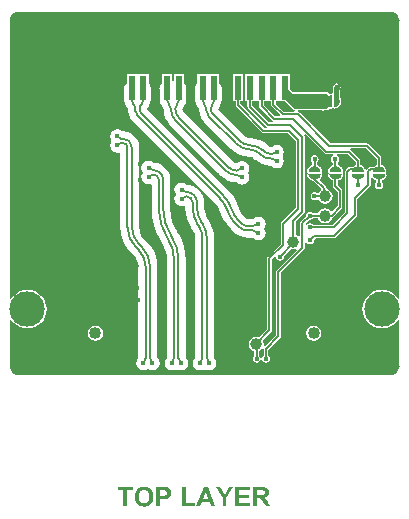
<source format=gtl>
G04*
G04 #@! TF.GenerationSoftware,Altium Limited,Altium Designer,22.5.1 (42)*
G04*
G04 Layer_Physical_Order=1*
G04 Layer_Color=255*
%FSLAX25Y25*%
%MOIN*%
G70*
G04*
G04 #@! TF.SameCoordinates,343D76CA-8D90-4984-A01A-401E7FF7C9D5*
G04*
G04*
G04 #@! TF.FilePolarity,Positive*
G04*
G01*
G75*
%ADD12R,0.02402X0.07874*%
%ADD13R,0.10551X0.14173*%
%ADD14C,0.03937*%
%ADD22C,0.00755*%
%ADD23C,0.00755*%
%ADD24C,0.00600*%
%ADD25C,0.00787*%
%ADD26C,0.01500*%
%ADD27C,0.01000*%
%ADD28C,0.04016*%
%ADD29C,0.11811*%
%ADD30C,0.01600*%
G36*
X121789Y99004D02*
X122514Y98704D01*
X123137Y98226D01*
X123615Y97604D01*
X123915Y96879D01*
X124012Y96144D01*
X124003Y96100D01*
Y3593D01*
X123518Y3471D01*
X123462Y3576D01*
X122661Y4551D01*
X121686Y5352D01*
X120573Y5946D01*
X119366Y6313D01*
X118110Y6436D01*
X116855Y6313D01*
X115647Y5946D01*
X114534Y5352D01*
X113559Y4551D01*
X112759Y3576D01*
X112164Y2463D01*
X111797Y1256D01*
X111674Y0D01*
X111797Y-1256D01*
X112164Y-2463D01*
X112759Y-3576D01*
X113559Y-4551D01*
X114534Y-5352D01*
X115647Y-5946D01*
X116855Y-6313D01*
X118110Y-6436D01*
X119366Y-6313D01*
X120573Y-5946D01*
X121686Y-5352D01*
X122661Y-4551D01*
X123462Y-3576D01*
X123518Y-3471D01*
X124003Y-3593D01*
Y-18900D01*
X124012Y-18943D01*
X123915Y-19678D01*
X123615Y-20403D01*
X123137Y-21025D01*
X122514Y-21503D01*
X121789Y-21803D01*
X121054Y-21900D01*
X121011Y-21891D01*
X-2901D01*
X-2944Y-21900D01*
X-3679Y-21803D01*
X-4404Y-21503D01*
X-5027Y-21025D01*
X-5504Y-20403D01*
X-5805Y-19678D01*
X-5901Y-18943D01*
X-5893Y-18900D01*
Y-3593D01*
X-5408Y-3471D01*
X-5352Y-3576D01*
X-4551Y-4551D01*
X-3576Y-5352D01*
X-2463Y-5946D01*
X-1256Y-6313D01*
X0Y-6436D01*
X1256Y-6313D01*
X2463Y-5946D01*
X3576Y-5352D01*
X4551Y-4551D01*
X5352Y-3576D01*
X5946Y-2463D01*
X6313Y-1256D01*
X6436Y0D01*
X6313Y1256D01*
X5946Y2463D01*
X5352Y3576D01*
X4551Y4551D01*
X3576Y5352D01*
X2463Y5946D01*
X1256Y6313D01*
X0Y6436D01*
X-1256Y6313D01*
X-2463Y5946D01*
X-3576Y5352D01*
X-4551Y4551D01*
X-5352Y3576D01*
X-5408Y3471D01*
X-5893Y3593D01*
Y96100D01*
X-5901Y96144D01*
X-5805Y96879D01*
X-5504Y97604D01*
X-5027Y98226D01*
X-4404Y98704D01*
X-3679Y99004D01*
X-2944Y99101D01*
X-2901Y99092D01*
X121011D01*
X121054Y99101D01*
X121789Y99004D01*
D02*
G37*
G36*
X66330Y-63015D02*
Y-65698D01*
X65035D01*
Y-63006D01*
X62695Y-59297D01*
X64202D01*
X65710Y-61831D01*
X67181Y-59297D01*
X68670D01*
X66330Y-63015D01*
D02*
G37*
G36*
X78262Y-59306D02*
X78364D01*
X78466Y-59315D01*
X78586D01*
X78826Y-59343D01*
X79076Y-59371D01*
X79308Y-59417D01*
X79409Y-59445D01*
X79502Y-59472D01*
X79511D01*
X79520Y-59482D01*
X79576Y-59509D01*
X79659Y-59556D01*
X79770Y-59611D01*
X79890Y-59704D01*
X80010Y-59805D01*
X80131Y-59935D01*
X80242Y-60092D01*
Y-60101D01*
X80251Y-60111D01*
X80269Y-60138D01*
X80288Y-60166D01*
X80334Y-60259D01*
X80390Y-60379D01*
X80436Y-60527D01*
X80482Y-60693D01*
X80519Y-60888D01*
X80528Y-61091D01*
Y-61100D01*
Y-61119D01*
Y-61165D01*
X80519Y-61211D01*
Y-61276D01*
X80510Y-61341D01*
X80473Y-61507D01*
X80427Y-61702D01*
X80353Y-61896D01*
X80242Y-62099D01*
X80177Y-62192D01*
X80103Y-62284D01*
X80094Y-62294D01*
X80085Y-62303D01*
X80057Y-62331D01*
X80020Y-62358D01*
X79983Y-62395D01*
X79927Y-62442D01*
X79862Y-62488D01*
X79789Y-62534D01*
X79705Y-62590D01*
X79603Y-62636D01*
X79502Y-62682D01*
X79391Y-62728D01*
X79261Y-62775D01*
X79132Y-62812D01*
X78993Y-62849D01*
X78836Y-62876D01*
X78845D01*
X78854Y-62886D01*
X78910Y-62923D01*
X78984Y-62969D01*
X79076Y-63034D01*
X79187Y-63117D01*
X79298Y-63200D01*
X79418Y-63302D01*
X79520Y-63413D01*
X79530Y-63422D01*
X79576Y-63468D01*
X79631Y-63542D01*
X79715Y-63653D01*
X79826Y-63792D01*
X79881Y-63885D01*
X79946Y-63977D01*
X80020Y-64079D01*
X80094Y-64190D01*
X80177Y-64319D01*
X80260Y-64449D01*
X81046Y-65698D01*
X79492D01*
X78567Y-64310D01*
X78558Y-64301D01*
X78549Y-64273D01*
X78521Y-64236D01*
X78484Y-64190D01*
X78447Y-64134D01*
X78401Y-64060D01*
X78299Y-63912D01*
X78179Y-63746D01*
X78068Y-63598D01*
X77966Y-63459D01*
X77920Y-63413D01*
X77883Y-63367D01*
X77874Y-63357D01*
X77855Y-63339D01*
X77818Y-63302D01*
X77772Y-63256D01*
X77707Y-63219D01*
X77643Y-63172D01*
X77569Y-63135D01*
X77495Y-63098D01*
X77485D01*
X77457Y-63089D01*
X77411Y-63071D01*
X77337Y-63061D01*
X77245Y-63043D01*
X77134Y-63034D01*
X77004Y-63024D01*
X76588D01*
Y-65698D01*
X75293D01*
Y-59297D01*
X78179D01*
X78262Y-59306D01*
D02*
G37*
G36*
X74072Y-60379D02*
X70622D01*
Y-61794D01*
X73831D01*
Y-62876D01*
X70622D01*
Y-64615D01*
X74192D01*
Y-65698D01*
X69327D01*
Y-59297D01*
X74072D01*
Y-60379D01*
D02*
G37*
G36*
X62667Y-65698D02*
X61270D01*
X60715Y-64245D01*
X58144Y-64245D01*
X57616Y-65698D01*
X56247D01*
X58726Y-59297D01*
X60095D01*
X62667Y-65698D01*
D02*
G37*
G36*
X52760Y-64615D02*
X55979D01*
Y-65698D01*
X51465D01*
Y-59343D01*
X52760D01*
Y-64615D01*
D02*
G37*
G36*
X45443Y-59306D02*
X45684D01*
X45943Y-59324D01*
X46202Y-59343D01*
X46313Y-59352D01*
X46424Y-59361D01*
X46516Y-59380D01*
X46590Y-59398D01*
X46600D01*
X46618Y-59408D01*
X46646Y-59417D01*
X46683Y-59426D01*
X46784Y-59472D01*
X46914Y-59528D01*
X47053Y-59611D01*
X47210Y-59722D01*
X47358Y-59861D01*
X47506Y-60027D01*
Y-60037D01*
X47524Y-60046D01*
X47543Y-60074D01*
X47561Y-60111D01*
X47598Y-60166D01*
X47626Y-60222D01*
X47663Y-60286D01*
X47700Y-60360D01*
X47765Y-60545D01*
X47830Y-60749D01*
X47867Y-60999D01*
X47885Y-61267D01*
Y-61276D01*
Y-61295D01*
Y-61322D01*
Y-61369D01*
X47876Y-61415D01*
Y-61480D01*
X47857Y-61609D01*
X47830Y-61766D01*
X47793Y-61942D01*
X47737Y-62109D01*
X47663Y-62266D01*
X47654Y-62284D01*
X47626Y-62331D01*
X47580Y-62405D01*
X47515Y-62497D01*
X47441Y-62590D01*
X47339Y-62701D01*
X47238Y-62802D01*
X47117Y-62895D01*
X47099Y-62904D01*
X47062Y-62932D01*
X46997Y-62969D01*
X46914Y-63015D01*
X46812Y-63071D01*
X46701Y-63117D01*
X46581Y-63163D01*
X46452Y-63200D01*
X46433D01*
X46405Y-63209D01*
X46368D01*
X46322Y-63219D01*
X46257Y-63228D01*
X46192Y-63237D01*
X46109D01*
X46026Y-63246D01*
X45924Y-63256D01*
X45813Y-63265D01*
X45693Y-63274D01*
X45564D01*
X45425Y-63283D01*
X44278D01*
Y-65698D01*
X42983D01*
Y-59297D01*
X45342D01*
X45443Y-59306D01*
D02*
G37*
G36*
X35185Y-60379D02*
X33298D01*
Y-65698D01*
X32003D01*
Y-60379D01*
X30107D01*
Y-59297D01*
X35185D01*
Y-60379D01*
D02*
G37*
G36*
X38987Y-59186D02*
X39079D01*
X39200Y-59204D01*
X39338Y-59223D01*
X39496Y-59250D01*
X39662Y-59287D01*
X39838Y-59334D01*
X40023Y-59389D01*
X40208Y-59463D01*
X40402Y-59546D01*
X40587Y-59648D01*
X40772Y-59768D01*
X40948Y-59907D01*
X41114Y-60064D01*
X41124Y-60074D01*
X41151Y-60101D01*
X41197Y-60157D01*
X41244Y-60222D01*
X41309Y-60314D01*
X41383Y-60425D01*
X41456Y-60555D01*
X41540Y-60703D01*
X41623Y-60860D01*
X41697Y-61045D01*
X41771Y-61248D01*
X41836Y-61461D01*
X41891Y-61702D01*
X41928Y-61951D01*
X41956Y-62220D01*
X41965Y-62506D01*
Y-62525D01*
Y-62571D01*
X41956Y-62654D01*
Y-62765D01*
X41938Y-62895D01*
X41919Y-63043D01*
X41891Y-63219D01*
X41864Y-63394D01*
X41817Y-63589D01*
X41762Y-63792D01*
X41688Y-63996D01*
X41605Y-64199D01*
X41512Y-64393D01*
X41392Y-64588D01*
X41262Y-64773D01*
X41114Y-64948D01*
X41105Y-64958D01*
X41077Y-64985D01*
X41031Y-65032D01*
X40957Y-65087D01*
X40874Y-65152D01*
X40772Y-65226D01*
X40652Y-65300D01*
X40522Y-65383D01*
X40365Y-65466D01*
X40198Y-65540D01*
X40014Y-65614D01*
X39810Y-65679D01*
X39597Y-65735D01*
X39366Y-65781D01*
X39125Y-65809D01*
X38866Y-65818D01*
X38802D01*
X38728Y-65809D01*
X38635Y-65799D01*
X38515Y-65790D01*
X38376Y-65772D01*
X38219Y-65744D01*
X38052Y-65707D01*
X37868Y-65661D01*
X37692Y-65605D01*
X37497Y-65531D01*
X37312Y-65448D01*
X37118Y-65355D01*
X36942Y-65235D01*
X36767Y-65106D01*
X36600Y-64948D01*
X36591Y-64939D01*
X36563Y-64911D01*
X36526Y-64856D01*
X36471Y-64791D01*
X36406Y-64699D01*
X36332Y-64588D01*
X36258Y-64467D01*
X36184Y-64319D01*
X36101Y-64162D01*
X36027Y-63977D01*
X35953Y-63783D01*
X35888Y-63570D01*
X35833Y-63339D01*
X35796Y-63089D01*
X35768Y-62821D01*
X35759Y-62543D01*
Y-62534D01*
Y-62497D01*
Y-62451D01*
X35768Y-62377D01*
Y-62294D01*
X35777Y-62201D01*
X35786Y-62090D01*
X35796Y-61970D01*
X35833Y-61711D01*
X35879Y-61433D01*
X35953Y-61156D01*
X36045Y-60897D01*
Y-60888D01*
X36055Y-60878D01*
X36073Y-60851D01*
X36082Y-60814D01*
X36138Y-60721D01*
X36202Y-60601D01*
X36286Y-60462D01*
X36388Y-60323D01*
X36508Y-60166D01*
X36637Y-60018D01*
X36647Y-60009D01*
X36656Y-60000D01*
X36702Y-59953D01*
X36785Y-59879D01*
X36887Y-59796D01*
X37007Y-59704D01*
X37146Y-59602D01*
X37303Y-59509D01*
X37470Y-59435D01*
X37479D01*
X37497Y-59426D01*
X37534Y-59408D01*
X37581Y-59398D01*
X37636Y-59371D01*
X37701Y-59352D01*
X37784Y-59334D01*
X37868Y-59306D01*
X38071Y-59260D01*
X38302Y-59213D01*
X38570Y-59186D01*
X38848Y-59176D01*
X38913D01*
X38987Y-59186D01*
D02*
G37*
%LPC*%
G36*
X40371Y78239D02*
X36970D01*
Y76144D01*
X36710Y75994D01*
X36434Y76156D01*
Y78239D01*
X33033D01*
Y75526D01*
X33019Y75517D01*
X32494Y74730D01*
X32309Y73803D01*
Y69791D01*
X32337Y69651D01*
X32467Y68664D01*
X32901Y67615D01*
X33507Y66825D01*
X33550Y66761D01*
Y66215D01*
X33559Y66169D01*
X33726Y64900D01*
X34234Y63675D01*
X34711Y63054D01*
X34739Y62986D01*
X35039Y62621D01*
X35039Y62621D01*
X62353Y35307D01*
X62464Y35232D01*
X63474Y34002D01*
X64287Y32482D01*
X64463Y31900D01*
X64463Y31900D01*
X64522Y31743D01*
X64558Y31689D01*
X64661Y31459D01*
X65244Y30051D01*
X66359Y28231D01*
X67719Y26639D01*
X67741Y26606D01*
X68368Y25979D01*
X68368Y25979D01*
X68459Y25918D01*
X69501Y25063D01*
X70786Y24376D01*
X72179Y23954D01*
X73520Y23821D01*
X73628Y23800D01*
X74797D01*
X75271Y23737D01*
X75271D01*
X76057Y23212D01*
X76342Y23155D01*
X76468Y23115D01*
X76468Y23115D01*
X76468Y23115D01*
X76638Y23077D01*
X76638Y23077D01*
X76638Y23077D01*
X76811Y23056D01*
X76811Y23056D01*
X76811Y23056D01*
X76848Y23055D01*
X76985Y23027D01*
X77122Y23055D01*
X77160Y23056D01*
X77160Y23056D01*
X77160Y23056D01*
X77333Y23077D01*
X77333Y23077D01*
X77333Y23077D01*
X77503Y23115D01*
X77504Y23115D01*
X77504D01*
X77629Y23155D01*
X77913Y23212D01*
X78699Y23737D01*
X79225Y24524D01*
X79409Y25451D01*
X79225Y26379D01*
X78986Y26736D01*
Y27167D01*
X79225Y27524D01*
X79409Y28451D01*
X79225Y29379D01*
X78699Y30166D01*
X77913Y30691D01*
X77642Y30745D01*
X77504Y30788D01*
X77504D01*
X77503Y30788D01*
X77333Y30827D01*
X77333Y30827D01*
X77333Y30827D01*
X77160Y30849D01*
X77160Y30849D01*
X77160Y30849D01*
X77111Y30850D01*
X76985Y30876D01*
X76859Y30850D01*
X76811Y30849D01*
X76811Y30849D01*
X76811Y30849D01*
X76638Y30827D01*
X76638Y30827D01*
X76638Y30827D01*
X76468Y30788D01*
X76468Y30788D01*
X76468D01*
X76328Y30745D01*
X76057Y30691D01*
X75271Y30166D01*
X75271D01*
X74797Y30103D01*
X73628D01*
X73581Y30094D01*
X73186Y30172D01*
X72852Y30396D01*
X72825Y30436D01*
X72198Y31063D01*
Y31063D01*
X72198Y31063D01*
X71861Y31423D01*
X71264Y32151D01*
X70587Y33418D01*
X70439Y33903D01*
X70439Y33903D01*
X70380Y34060D01*
X70351Y34105D01*
X70244Y34346D01*
X69579Y35952D01*
X68344Y37967D01*
X66811Y39762D01*
X66810Y39764D01*
X66810Y39764D01*
X66457Y40117D01*
X39853Y66721D01*
Y66763D01*
X39895Y66825D01*
X40501Y67615D01*
X40936Y68664D01*
X41066Y69651D01*
X41093Y69791D01*
Y73798D01*
X41094Y73803D01*
X40910Y74730D01*
X40384Y75517D01*
X40371Y75525D01*
Y78239D01*
D02*
G37*
G36*
X63993D02*
X60592D01*
Y76143D01*
X60334Y75993D01*
X60056Y76157D01*
Y78239D01*
X56655D01*
Y75526D01*
X56641Y75517D01*
X56116Y74730D01*
X55931Y73803D01*
Y69791D01*
X55959Y69651D01*
X56089Y68664D01*
X56523Y67615D01*
X57129Y66825D01*
X57171Y66763D01*
X57171Y66763D01*
Y66325D01*
X57171Y66323D01*
X57356Y64920D01*
X57899Y63610D01*
X58761Y62487D01*
X58762Y62485D01*
X67697Y53549D01*
X67699Y53549D01*
X69159Y52350D01*
X70827Y51459D01*
X72637Y50910D01*
X73886Y50787D01*
X74303Y50745D01*
X74406Y50725D01*
X74411Y50726D01*
X74840Y50659D01*
X75075Y50613D01*
X75296Y50465D01*
X75675Y50172D01*
X76007Y49840D01*
Y49840D01*
X76030Y49824D01*
X76117Y49766D01*
X77070Y48985D01*
X78272Y48342D01*
X79576Y47947D01*
X80801Y47826D01*
X80932Y47800D01*
X81371Y47737D01*
X81371D01*
X82157Y47212D01*
X82442Y47155D01*
X82568Y47115D01*
X82568Y47115D01*
X82568Y47115D01*
X82738Y47077D01*
X82738Y47078D01*
X82738Y47077D01*
X82911Y47056D01*
X82911Y47056D01*
X82911Y47056D01*
X82948Y47055D01*
X83085Y47027D01*
X83222Y47055D01*
X83260Y47056D01*
X83260Y47056D01*
X83260Y47056D01*
X83433Y47077D01*
X83433Y47077D01*
X83433Y47077D01*
X83603Y47115D01*
X83604Y47115D01*
X83604D01*
X83729Y47155D01*
X84013Y47212D01*
X84799Y47737D01*
X85325Y48524D01*
X85509Y49452D01*
X85325Y50379D01*
X85086Y50736D01*
Y51167D01*
X85325Y51524D01*
X85509Y52451D01*
X85325Y53379D01*
X84799Y54166D01*
X84013Y54691D01*
X83742Y54745D01*
X83604Y54787D01*
X83604D01*
X83603Y54787D01*
X83433Y54826D01*
X83433Y54826D01*
X83433Y54827D01*
X83260Y54849D01*
X83260Y54849D01*
X83260Y54849D01*
X83211Y54851D01*
X83085Y54876D01*
X82959Y54851D01*
X82911Y54849D01*
X82911Y54849D01*
X82911Y54849D01*
X82738Y54827D01*
X82738Y54826D01*
X82738Y54826D01*
X82568Y54787D01*
X82568Y54787D01*
X82568D01*
X82428Y54745D01*
X82157Y54691D01*
X81371Y54166D01*
X81371D01*
X80932Y54103D01*
X80908Y54098D01*
X80675Y54145D01*
X80477Y54277D01*
X80464Y54297D01*
X80132Y54629D01*
X80071Y54670D01*
X78886Y55642D01*
X77471Y56398D01*
X75936Y56864D01*
X74581Y56998D01*
X74467Y57020D01*
Y57020D01*
X74429Y57028D01*
X74386Y57019D01*
X73647Y57117D01*
X72834Y57453D01*
X72198Y57941D01*
X72154Y58007D01*
X63763Y66397D01*
X63480Y66755D01*
X63481Y66771D01*
X63769Y67153D01*
X64123Y67615D01*
X64558Y68664D01*
X64688Y69651D01*
X64715Y69791D01*
Y73798D01*
X64716Y73803D01*
X64532Y74730D01*
X64006Y75517D01*
X63993Y75525D01*
Y78239D01*
D02*
G37*
G36*
X52182D02*
X48781D01*
Y76156D01*
X48477Y75977D01*
X48245Y76148D01*
Y78239D01*
X44844D01*
Y75526D01*
X44830Y75517D01*
X44305Y74730D01*
X44120Y73803D01*
X44118Y73800D01*
X43918D01*
X44121Y73310D01*
Y69792D01*
X44149Y69652D01*
X44279Y68665D01*
X44713Y67616D01*
X45067Y67155D01*
X45359Y66766D01*
X45361Y66760D01*
X45417Y66308D01*
X45419Y66288D01*
X45523Y65240D01*
X45977Y63741D01*
X46716Y62360D01*
X47657Y61212D01*
X47703Y61144D01*
X47703Y61144D01*
X47703D01*
X63885Y44962D01*
X64374Y44473D01*
Y44473D01*
X64374Y44473D01*
X64466Y44412D01*
X65504Y43559D01*
X66785Y42875D01*
X68175Y42453D01*
X69314Y42341D01*
X69771Y42237D01*
X69771Y42237D01*
X70557Y41712D01*
X70842Y41655D01*
X70968Y41616D01*
X70968Y41616D01*
X70968Y41615D01*
X71138Y41577D01*
X71138Y41578D01*
X71138Y41577D01*
X71311Y41556D01*
X71311Y41556D01*
X71311Y41556D01*
X71348Y41555D01*
X71485Y41527D01*
X71622Y41555D01*
X71660Y41556D01*
X71660Y41556D01*
X71660Y41556D01*
X71833Y41577D01*
X71833Y41577D01*
X71833Y41577D01*
X72003Y41615D01*
X72004Y41616D01*
X72004D01*
X72129Y41655D01*
X72413Y41712D01*
X73199Y42237D01*
X73725Y43024D01*
X73909Y43951D01*
X73725Y44879D01*
X73486Y45236D01*
Y45667D01*
X73725Y46024D01*
X73909Y46951D01*
X73725Y47879D01*
X73199Y48666D01*
X72413Y49191D01*
X72142Y49245D01*
X72004Y49288D01*
X72004D01*
X72003Y49288D01*
X71833Y49327D01*
X71833Y49327D01*
X71833Y49327D01*
X71660Y49349D01*
X71660Y49349D01*
X71660Y49349D01*
X71611Y49351D01*
X71485Y49376D01*
X71359Y49351D01*
X71311Y49349D01*
X71311Y49349D01*
X71311Y49349D01*
X71138Y49327D01*
X71138Y49327D01*
X71138Y49327D01*
X70968Y49288D01*
X70968Y49288D01*
X70968D01*
X70828Y49245D01*
X70557Y49191D01*
X69771Y48666D01*
X69346Y48655D01*
X69191Y48684D01*
X68831Y48930D01*
X68831Y48930D01*
X68342Y49419D01*
X68342Y49419D01*
X52514Y65247D01*
X52160Y65601D01*
X51871Y65981D01*
X51766Y66139D01*
X51739Y66276D01*
X51651Y66728D01*
X51653Y66733D01*
X51919Y67102D01*
X51931Y67118D01*
X52313Y67616D01*
X52748Y68665D01*
X52878Y69652D01*
X52905Y69792D01*
Y73803D01*
X52721Y74730D01*
X52195Y75517D01*
X52182Y75525D01*
Y78239D01*
D02*
G37*
G36*
X87615D02*
X84214D01*
Y69365D01*
X85714D01*
X88658Y66421D01*
X89041Y66263D01*
X89041Y66263D01*
X88989Y65784D01*
X85515D01*
X82794Y68506D01*
Y69365D01*
X83678D01*
Y78239D01*
X80277D01*
Y69365D01*
X81163D01*
Y68168D01*
X81163Y68168D01*
X81225Y67856D01*
X81225Y67856D01*
X81225Y67856D01*
X81401Y67591D01*
X81401Y67591D01*
X81401Y67591D01*
X84208Y64784D01*
X84001Y64284D01*
X82515D01*
X78856Y67943D01*
Y69365D01*
X79741D01*
Y78239D01*
X76340D01*
Y69365D01*
X77224D01*
Y67606D01*
X77224Y67606D01*
X77287Y67293D01*
X77463Y67029D01*
X81600Y62892D01*
X81600Y62892D01*
X81761Y62784D01*
X81663Y62284D01*
X80515D01*
X74919Y67880D01*
Y69365D01*
X75804D01*
Y78239D01*
X72403D01*
Y69365D01*
X73287D01*
Y67543D01*
X73287Y67542D01*
X73350Y67230D01*
X73526Y66966D01*
X79600Y60892D01*
X79600Y60892D01*
X79761Y60784D01*
X79663Y60284D01*
X79015D01*
X70982Y68317D01*
Y69365D01*
X71867D01*
Y78239D01*
X68466D01*
Y69365D01*
X69350D01*
Y67980D01*
X69350Y67980D01*
X69413Y67667D01*
X69589Y67403D01*
X78100Y58892D01*
X78100Y58892D01*
X78365Y58715D01*
X78677Y58653D01*
X86839D01*
X89362Y56131D01*
Y33806D01*
X84600Y29045D01*
X84424Y28780D01*
X84361Y28468D01*
X84361Y28468D01*
Y21806D01*
X80100Y17545D01*
X79924Y17281D01*
X79861Y16969D01*
X79861Y16969D01*
Y-6694D01*
X77245Y-9310D01*
X77240Y-9306D01*
X76277Y-9115D01*
X75314Y-9306D01*
X74497Y-9852D01*
X73952Y-10668D01*
X73760Y-11631D01*
X73952Y-12595D01*
X74497Y-13411D01*
X75314Y-13957D01*
X75561Y-14006D01*
Y-15513D01*
X75440Y-15594D01*
X75153Y-16024D01*
X75052Y-16532D01*
X75153Y-17039D01*
X75440Y-17469D01*
X75870Y-17756D01*
X76377Y-17857D01*
X76884Y-17756D01*
X77314Y-17469D01*
X77602Y-17039D01*
X77703Y-16532D01*
X77602Y-16024D01*
X77314Y-15594D01*
X77193Y-15513D01*
Y-13966D01*
X77240Y-13957D01*
X78057Y-13411D01*
X78214Y-13177D01*
X78711Y-13331D01*
Y-15513D01*
X78590Y-15594D01*
X78303Y-16024D01*
X78202Y-16532D01*
X78303Y-17039D01*
X78590Y-17469D01*
X79020Y-17756D01*
X79527Y-17857D01*
X80034Y-17756D01*
X80464Y-17469D01*
X80752Y-17039D01*
X80853Y-16532D01*
X80752Y-16024D01*
X80464Y-15594D01*
X80343Y-15513D01*
Y-13519D01*
X84254Y-9608D01*
X84254Y-9608D01*
X84431Y-9344D01*
X84493Y-9031D01*
X84493Y-9031D01*
Y12131D01*
X92254Y19892D01*
X92254Y19892D01*
X92431Y20156D01*
X92493Y20469D01*
X92493Y20469D01*
Y22016D01*
X92593Y22099D01*
X93240Y22031D01*
X93670Y21744D01*
X94177Y21643D01*
X94684Y21744D01*
X95114Y22031D01*
X95402Y22461D01*
X95503Y22968D01*
X95474Y23112D01*
X96015Y23653D01*
X102177D01*
X102177Y23653D01*
X102489Y23715D01*
X102754Y23892D01*
X109754Y30892D01*
X109754Y30892D01*
X109931Y31156D01*
X109993Y31468D01*
Y36630D01*
X114254Y40892D01*
X114254Y40892D01*
X114431Y41156D01*
X114493Y41469D01*
Y43826D01*
X114993Y43970D01*
X115099Y43801D01*
X115126Y43782D01*
X115163Y43726D01*
X115169Y43712D01*
X115181Y43699D01*
X115339Y43463D01*
X116182Y42899D01*
X116338Y42868D01*
X116341Y42390D01*
X116237Y42320D01*
X115949Y41890D01*
X115848Y41383D01*
X115949Y40876D01*
X116237Y40446D01*
X116667Y40158D01*
X117174Y40058D01*
X117681Y40158D01*
X118111Y40446D01*
X118398Y40876D01*
X118499Y41383D01*
X118398Y41890D01*
X118111Y42320D01*
X118009Y42388D01*
X118013Y42868D01*
X118172Y42899D01*
X118546Y43149D01*
X118602Y43182D01*
X118609Y43191D01*
X119016Y43463D01*
X119194Y43730D01*
X119230Y43766D01*
X119249Y43813D01*
X119254Y43819D01*
X119298Y43849D01*
X119467Y44103D01*
X119476Y44153D01*
X119579Y44306D01*
X119620Y44510D01*
X119682Y44701D01*
X119675Y44784D01*
X119708Y44861D01*
X119670Y44958D01*
X119657Y45024D01*
X119649Y45114D01*
X119632Y45147D01*
X119626Y45178D01*
X119577Y45252D01*
X119449Y45494D01*
X119626Y45759D01*
X119653Y45895D01*
X119658Y45910D01*
X119658Y45918D01*
X119688Y46071D01*
X119660Y46209D01*
X119664Y46249D01*
X119639Y46330D01*
X119579Y46630D01*
X119472Y46791D01*
X119256Y47136D01*
X119229Y47155D01*
X119191Y47211D01*
X119186Y47225D01*
X119173Y47238D01*
X119016Y47474D01*
X118172Y48038D01*
X117993Y48073D01*
Y50468D01*
X117931Y50781D01*
X117754Y51045D01*
X117754Y51045D01*
X113754Y55045D01*
X113489Y55222D01*
X113177Y55284D01*
X113177Y55284D01*
X101015D01*
X90754Y65545D01*
X90489Y65722D01*
X90285Y65763D01*
X90334Y66263D01*
X98142D01*
X98170Y66244D01*
X98677Y66143D01*
X99184Y66244D01*
X99213Y66263D01*
X99868D01*
X99868Y66263D01*
X100251Y66421D01*
X100251Y66421D01*
X100764Y66934D01*
X100853Y66917D01*
X101044Y66854D01*
X101127Y66861D01*
X101203Y66828D01*
X101301Y66867D01*
X101367Y66880D01*
X101457Y66887D01*
X101490Y66904D01*
X101521Y66910D01*
X101594Y66959D01*
X101837Y67087D01*
X102101Y66910D01*
X102238Y66883D01*
X102252Y66878D01*
X102261Y66879D01*
X102413Y66848D01*
X102551Y66876D01*
X102592Y66872D01*
X102672Y66897D01*
X102973Y66957D01*
X103134Y67064D01*
X103479Y67281D01*
X103498Y67308D01*
X103554Y67345D01*
X103568Y67351D01*
X103581Y67363D01*
X103817Y67521D01*
X104380Y68364D01*
X104429Y68606D01*
X104461Y68697D01*
X104458Y68755D01*
X104471Y68817D01*
X104492Y68867D01*
X104494Y68935D01*
X104578Y69359D01*
X104511Y69695D01*
X104512Y69737D01*
X104493Y69785D01*
X104483Y69837D01*
X104490Y69903D01*
X104429Y70107D01*
X104380Y70354D01*
X104279Y70506D01*
Y73481D01*
X104367Y73923D01*
X104266Y74430D01*
X103979Y74860D01*
X103549Y75148D01*
X103041Y75249D01*
X102534Y75148D01*
X102104Y74860D01*
X101817Y74430D01*
X101716Y73923D01*
X101734Y73834D01*
X101730Y73815D01*
Y72224D01*
X101596Y72073D01*
X101230Y71866D01*
X101209Y71870D01*
X101071Y71842D01*
X101031Y71846D01*
X100950Y71821D01*
X100764Y71784D01*
X100361Y72187D01*
X100361Y72187D01*
X99978Y72345D01*
X99978Y72345D01*
X88552D01*
X88211Y72687D01*
X88211Y72687D01*
X87615Y73282D01*
Y78239D01*
D02*
G37*
G36*
X29977Y60020D02*
X29853Y59995D01*
X29802Y59993D01*
X29802Y59993D01*
X29802Y59993D01*
X29629Y59971D01*
X29629Y59971D01*
X29629Y59971D01*
X29459Y59934D01*
X29459Y59934D01*
X29459D01*
X29317Y59888D01*
X29050Y59835D01*
X28263Y59310D01*
X27738Y58523D01*
X27553Y57595D01*
X27738Y56668D01*
X27976Y56311D01*
Y55880D01*
X27738Y55523D01*
X27553Y54596D01*
X27738Y53668D01*
X28263Y52881D01*
X29050Y52356D01*
X29336Y52299D01*
X29459Y52261D01*
X29459D01*
X29459Y52261D01*
X29629Y52223D01*
X29629Y52223D01*
X29629Y52222D01*
X29802Y52199D01*
X29802Y52199D01*
X29802Y52199D01*
X29845Y52198D01*
X29977Y52171D01*
X30110Y52198D01*
X30151Y52199D01*
X30151Y52199D01*
X30151Y52199D01*
X30324Y52222D01*
X30324Y52223D01*
X30324Y52222D01*
X30398Y52239D01*
X30735Y52064D01*
X30898Y51931D01*
Y27444D01*
X30913Y27366D01*
X31056Y25552D01*
X31499Y23707D01*
X32225Y21954D01*
X33217Y20337D01*
X34398Y18953D01*
X34442Y18888D01*
X35410Y17919D01*
Y17919D01*
X35410D01*
X35743Y17557D01*
X36314Y16813D01*
X36862Y15488D01*
X37032Y14198D01*
X37006Y14066D01*
Y-15822D01*
X36944Y-16296D01*
Y-16296D01*
X36419Y-17083D01*
X36362Y-17368D01*
X36322Y-17493D01*
Y-17493D01*
X36322Y-17493D01*
X36285Y-17663D01*
X36285Y-17663D01*
X36285Y-17663D01*
X36263Y-17836D01*
X36263Y-17836D01*
X36263Y-17836D01*
X36261Y-17873D01*
X36234Y-18011D01*
X36261Y-18148D01*
X36263Y-18186D01*
X36263Y-18186D01*
X36263Y-18186D01*
X36285Y-18359D01*
X36285Y-18359D01*
X36285Y-18359D01*
X36322Y-18529D01*
X36322Y-18529D01*
Y-18529D01*
X36362Y-18654D01*
X36419Y-18938D01*
X36944Y-19725D01*
X37731Y-20250D01*
X38658Y-20435D01*
X39586Y-20250D01*
X39943Y-20012D01*
X40374D01*
X40731Y-20250D01*
X41658Y-20435D01*
X42586Y-20250D01*
X43372Y-19725D01*
X43898Y-18938D01*
X43955Y-18652D01*
X43993Y-18529D01*
Y-18529D01*
X43993Y-18529D01*
X44032Y-18359D01*
X44032Y-18359D01*
X44032Y-18359D01*
X44055Y-18186D01*
X44055Y-18186D01*
X44055Y-18185D01*
X44057Y-18136D01*
X44082Y-18011D01*
X44057Y-17885D01*
X44055Y-17837D01*
X44055Y-17836D01*
X44055Y-17836D01*
X44032Y-17663D01*
X44032Y-17663D01*
X44032Y-17663D01*
X43993Y-17493D01*
X43993Y-17493D01*
Y-17493D01*
X43955Y-17370D01*
X43898Y-17083D01*
X43372Y-16296D01*
Y-16296D01*
X43309Y-15822D01*
Y14066D01*
X43292Y14153D01*
X43154Y15903D01*
X42724Y17695D01*
X42019Y19397D01*
X41056Y20968D01*
X39916Y22303D01*
X39867Y22376D01*
X38899Y23345D01*
X38780Y23424D01*
X37938Y24522D01*
X37354Y25931D01*
X37173Y27303D01*
X37201Y27444D01*
Y53964D01*
X37199Y53977D01*
X37018Y55345D01*
X36485Y56633D01*
X35637Y57738D01*
X34531Y58587D01*
X33244Y59120D01*
X31876Y59300D01*
X31862Y59303D01*
X31698D01*
X31691Y59310D01*
X30905Y59835D01*
X30637Y59888D01*
X30494Y59934D01*
X30494D01*
X30494Y59934D01*
X30324Y59971D01*
X30324Y59971D01*
X30324Y59971D01*
X30151Y59993D01*
X30151Y59993D01*
X30151Y59993D01*
X30101Y59995D01*
X29977Y60020D01*
D02*
G37*
G36*
X40385Y49540D02*
X40261Y49515D01*
X40210Y49513D01*
X40210Y49513D01*
X40210Y49513D01*
X40037Y49491D01*
X40037Y49491D01*
X40037Y49491D01*
X39867Y49454D01*
X39867Y49453D01*
X39867D01*
X39725Y49408D01*
X39457Y49355D01*
X38671Y48830D01*
X38146Y48043D01*
X37961Y47115D01*
X38146Y46188D01*
X38384Y45831D01*
Y45400D01*
X38146Y45043D01*
X37961Y44115D01*
X38146Y43188D01*
X38671Y42401D01*
X39457Y41876D01*
X39744Y41819D01*
X39867Y41780D01*
X39867D01*
X39867Y41780D01*
X40037Y41743D01*
X40037Y41743D01*
X40037Y41742D01*
X40210Y41719D01*
X40210Y41719D01*
X40210Y41719D01*
X40253Y41718D01*
X40385Y41691D01*
X40518Y41718D01*
X40559Y41719D01*
X40559Y41719D01*
X40559Y41719D01*
X40732Y41742D01*
X40732Y41743D01*
X40732Y41742D01*
X40849Y41769D01*
X40960Y41743D01*
X41191Y41591D01*
X41349Y41373D01*
Y33500D01*
X41353Y33479D01*
X41527Y30829D01*
X42049Y28203D01*
X42910Y25669D01*
X44094Y23268D01*
X44446Y22741D01*
X44686Y22301D01*
X44686Y22301D01*
X44686Y22301D01*
X45299Y21302D01*
X45952Y19724D01*
X46351Y18062D01*
X46477Y16468D01*
X46455Y16359D01*
Y-15822D01*
X46393Y-16296D01*
Y-16296D01*
X45868Y-17083D01*
X45813Y-17359D01*
X45770Y-17493D01*
Y-17493D01*
X45770Y-17493D01*
X45733Y-17663D01*
X45733Y-17663D01*
X45733Y-17663D01*
X45711Y-17836D01*
X45711Y-17836D01*
X45711Y-17836D01*
X45709Y-17880D01*
X45683Y-18011D01*
X45709Y-18141D01*
X45711Y-18186D01*
X45711Y-18186D01*
X45711Y-18186D01*
X45733Y-18359D01*
X45733Y-18359D01*
X45733Y-18359D01*
X45770Y-18529D01*
X45770Y-18529D01*
Y-18529D01*
X45813Y-18662D01*
X45868Y-18938D01*
X46393Y-19725D01*
X47179Y-20250D01*
X48107Y-20435D01*
X49035Y-20250D01*
X49392Y-20012D01*
X49823D01*
X50179Y-20250D01*
X51107Y-20435D01*
X52035Y-20250D01*
X52821Y-19725D01*
X53347Y-18938D01*
X53405Y-18643D01*
X53441Y-18529D01*
Y-18529D01*
X53441Y-18529D01*
X53480Y-18359D01*
X53480Y-18359D01*
X53480Y-18359D01*
X53503Y-18186D01*
X53503Y-18186D01*
X53503Y-18185D01*
X53505Y-18143D01*
X53531Y-18011D01*
X53505Y-17878D01*
X53503Y-17837D01*
X53503Y-17836D01*
X53503Y-17836D01*
X53480Y-17663D01*
X53480Y-17663D01*
X53480Y-17663D01*
X53441Y-17493D01*
X53441Y-17493D01*
Y-17493D01*
X53406Y-17379D01*
X53347Y-17083D01*
X52821Y-16296D01*
Y-16296D01*
X52758Y-15822D01*
Y16359D01*
X52744Y16433D01*
X52602Y18598D01*
X52164Y20798D01*
X51443Y22922D01*
X50451Y24934D01*
X50201Y25309D01*
X49959Y25748D01*
Y25748D01*
X49701Y26169D01*
X49160Y27051D01*
X48307Y29111D01*
X47787Y31278D01*
X47623Y33355D01*
X47652Y33500D01*
Y43145D01*
X47654D01*
X47462Y44600D01*
X46900Y45957D01*
X46007Y47122D01*
X44842Y48015D01*
X43486Y48577D01*
X42180Y48749D01*
X42099Y48830D01*
X41313Y49355D01*
X41045Y49408D01*
X40903Y49453D01*
X40903D01*
X40902Y49454D01*
X40732Y49491D01*
X40732Y49491D01*
X40732Y49491D01*
X40559Y49513D01*
X40559Y49513D01*
X40559Y49513D01*
X40509Y49515D01*
X40385Y49540D01*
D02*
G37*
G36*
X51383Y42243D02*
X51253Y42217D01*
X51208Y42215D01*
X51208Y42215D01*
X51208Y42215D01*
X51035Y42193D01*
X51035Y42193D01*
X51035Y42193D01*
X50865Y42156D01*
X50865Y42156D01*
X50865D01*
X50731Y42113D01*
X50455Y42058D01*
X49669Y41533D01*
X49144Y40746D01*
X48959Y39819D01*
X49144Y38891D01*
X49382Y38534D01*
Y38103D01*
X49144Y37746D01*
X48959Y36819D01*
X49144Y35891D01*
X49669Y35104D01*
X50455Y34579D01*
X50733Y34524D01*
X50865Y34482D01*
X50865D01*
X50865Y34482D01*
X51035Y34444D01*
X51035Y34444D01*
X51035Y34444D01*
X51208Y34421D01*
X51208Y34421D01*
X51208Y34421D01*
X51257Y34420D01*
X51383Y34394D01*
X51509Y34420D01*
X51557Y34421D01*
X51557Y34421D01*
X51557Y34421D01*
X51730Y34444D01*
X51730Y34444D01*
X51730Y34444D01*
X51900Y34482D01*
X51901Y34482D01*
X51901D01*
X52033Y34524D01*
X52149Y34547D01*
X52649Y34249D01*
Y33895D01*
X52661Y33836D01*
X52814Y31893D01*
X53283Y29940D01*
X54051Y28084D01*
X54535Y27295D01*
X54624Y27062D01*
X55124Y26269D01*
X55242Y26146D01*
X55261Y26120D01*
X55770Y24893D01*
X55927Y23697D01*
X55903Y23575D01*
Y-15822D01*
X55841Y-16296D01*
Y-16296D01*
X55316Y-17083D01*
X55257Y-17376D01*
X55220Y-17493D01*
X55220Y-17493D01*
X55220Y-17493D01*
X55182Y-17663D01*
X55182Y-17663D01*
X55182Y-17663D01*
X55160Y-17836D01*
X55160Y-17836D01*
X55160Y-17836D01*
X55158Y-17873D01*
X55131Y-18011D01*
X55158Y-18148D01*
X55160Y-18186D01*
X55160Y-18186D01*
X55160Y-18186D01*
X55182Y-18359D01*
X55182Y-18359D01*
X55182Y-18359D01*
X55220Y-18529D01*
X55220Y-18529D01*
Y-18529D01*
X55257Y-18646D01*
X55316Y-18938D01*
X55841Y-19725D01*
X56628Y-20250D01*
X57555Y-20435D01*
X58483Y-20250D01*
X58840Y-20012D01*
X59271D01*
X59627Y-20250D01*
X60555Y-20435D01*
X61483Y-20250D01*
X62269Y-19725D01*
X62795Y-18938D01*
X62850Y-18660D01*
X62891Y-18529D01*
Y-18529D01*
X62891Y-18529D01*
X62929Y-18359D01*
X62929Y-18359D01*
X62929Y-18359D01*
X62952Y-18186D01*
X62952Y-18186D01*
X62952Y-18185D01*
X62954Y-18136D01*
X62979Y-18011D01*
X62954Y-17885D01*
X62952Y-17837D01*
X62952Y-17836D01*
X62952Y-17836D01*
X62929Y-17663D01*
X62929Y-17663D01*
X62929Y-17663D01*
X62891Y-17493D01*
X62891Y-17493D01*
Y-17493D01*
X62850Y-17361D01*
X62795Y-17083D01*
X62269Y-16296D01*
Y-16296D01*
X62206Y-15822D01*
Y23575D01*
X62187Y23672D01*
X62055Y25350D01*
X61640Y27080D01*
X60959Y28724D01*
X60545Y29399D01*
X60455Y29632D01*
X59955Y30425D01*
X59921Y30462D01*
X59421Y31396D01*
X59050Y32621D01*
X58934Y33801D01*
X58952Y33895D01*
Y35546D01*
X58916Y35727D01*
X58821Y36698D01*
X58485Y37806D01*
X57939Y38827D01*
X57204Y39722D01*
X56309Y40457D01*
X55288Y41002D01*
X54180Y41339D01*
X53209Y41434D01*
X53192Y41437D01*
X53097Y41533D01*
X52311Y42058D01*
X52034Y42113D01*
X51901Y42156D01*
X51901D01*
X51900Y42156D01*
X51730Y42193D01*
X51730Y42193D01*
X51730Y42193D01*
X51557Y42215D01*
X51557Y42215D01*
X51557Y42215D01*
X51514Y42217D01*
X51383Y42243D01*
D02*
G37*
G36*
X95433Y-5474D02*
X94455Y-5669D01*
X93625Y-6223D01*
X93071Y-7053D01*
X92876Y-8032D01*
X93071Y-9010D01*
X93625Y-9840D01*
X94455Y-10394D01*
X95433Y-10588D01*
X96412Y-10394D01*
X97241Y-9840D01*
X97795Y-9010D01*
X97990Y-8032D01*
X97795Y-7053D01*
X97241Y-6223D01*
X96412Y-5669D01*
X95433Y-5474D01*
D02*
G37*
G36*
X22677D02*
X21699Y-5669D01*
X20869Y-6223D01*
X20315Y-7053D01*
X20120Y-8032D01*
X20315Y-9010D01*
X20869Y-9840D01*
X21699Y-10394D01*
X22677Y-10588D01*
X23656Y-10394D01*
X24485Y-9840D01*
X25040Y-9010D01*
X25234Y-8032D01*
X25040Y-7053D01*
X24485Y-6223D01*
X23656Y-5669D01*
X22677Y-5474D01*
D02*
G37*
%LPD*%
G36*
X102877Y71198D02*
X103131Y71029D01*
X103421Y70739D01*
X103631Y70509D01*
X103861Y70119D01*
X103971Y69749D01*
X103951Y68879D01*
X103851Y68599D01*
X103521Y68059D01*
X103191Y67739D01*
X102830Y67513D01*
X102431Y67389D01*
X102231Y67459D01*
X102113Y67666D01*
Y71060D01*
X102411Y71349D01*
X102877Y71198D01*
D02*
G37*
G36*
X86828Y73304D02*
X87828Y72304D01*
X88328Y71804D01*
X99978D01*
X100660Y71122D01*
X100793Y71206D01*
X101191Y71329D01*
X101391Y71259D01*
X101509Y71052D01*
Y67658D01*
X101211Y67369D01*
X100745Y67520D01*
X100649Y67585D01*
X99868Y66804D01*
X89041D01*
X84828Y71017D01*
Y77304D01*
X86828D01*
Y73304D01*
D02*
G37*
G36*
X116361Y50131D02*
Y48073D01*
X116182Y48038D01*
X115808Y47788D01*
X115752Y47755D01*
X115746Y47746D01*
X115399Y47514D01*
X114407D01*
X114407Y47514D01*
X114095Y47452D01*
X113830Y47275D01*
X113830Y47275D01*
X113100Y46545D01*
X112579Y46630D01*
X112472Y46791D01*
X112256Y47136D01*
X112229Y47155D01*
X112191Y47211D01*
X112186Y47225D01*
X112173Y47238D01*
X112016Y47474D01*
X111172Y48038D01*
X110993Y48073D01*
Y49468D01*
X110993Y49468D01*
X110931Y49781D01*
X110754Y50045D01*
X107754Y53045D01*
X107593Y53153D01*
X107692Y53653D01*
X112839D01*
X116361Y50131D01*
D02*
G37*
G36*
X109362Y49131D02*
Y48073D01*
X109182Y48038D01*
X108808Y47788D01*
X108752Y47755D01*
X108746Y47746D01*
X108399Y47514D01*
X107507D01*
X107507Y47514D01*
X107195Y47452D01*
X106930Y47275D01*
X106930Y47275D01*
X106100Y46445D01*
X105924Y46181D01*
X105861Y45869D01*
X105861Y45869D01*
Y32306D01*
X101675Y28120D01*
X95196D01*
X95114Y28242D01*
X94684Y28529D01*
X94177Y28630D01*
X93670Y28529D01*
X93240Y28242D01*
X92780Y28167D01*
X92751Y28589D01*
X94034Y29872D01*
X94177Y29843D01*
X94684Y29944D01*
X95114Y30231D01*
X95196Y30353D01*
X96822D01*
X96852Y30205D01*
X97397Y29388D01*
X98214Y28843D01*
X99177Y28651D01*
X100140Y28843D01*
X100957Y29388D01*
X101502Y30205D01*
X101538Y30385D01*
X101689Y30415D01*
X101954Y30592D01*
X104754Y33392D01*
X104754Y33392D01*
X104931Y33656D01*
X104993Y33968D01*
X104993Y33968D01*
Y39469D01*
X104993Y39469D01*
X104931Y39781D01*
X104754Y40045D01*
X103493Y41306D01*
Y42864D01*
X103672Y42899D01*
X104046Y43149D01*
X104102Y43182D01*
X104109Y43191D01*
X104516Y43463D01*
X104694Y43730D01*
X104730Y43766D01*
X104749Y43813D01*
X104754Y43819D01*
X104798Y43849D01*
X104967Y44103D01*
X104976Y44153D01*
X105079Y44306D01*
X105120Y44510D01*
X105182Y44701D01*
X105175Y44784D01*
X105208Y44861D01*
X105170Y44958D01*
X105157Y45024D01*
X105149Y45114D01*
X105132Y45147D01*
X105126Y45178D01*
X105077Y45252D01*
X104949Y45494D01*
X105126Y45759D01*
X105153Y45895D01*
X105158Y45910D01*
X105157Y45918D01*
X105188Y46071D01*
X105160Y46209D01*
X105164Y46249D01*
X105139Y46330D01*
X105079Y46630D01*
X104972Y46791D01*
X104756Y47136D01*
X104729Y47155D01*
X104691Y47211D01*
X104686Y47225D01*
X104673Y47238D01*
X104516Y47474D01*
X103672Y48038D01*
X103493Y48073D01*
Y49146D01*
X103725Y49493D01*
X103825Y50000D01*
X103725Y50507D01*
X103437Y50937D01*
X103115Y51153D01*
X103222Y51653D01*
X106839D01*
X109362Y49131D01*
D02*
G37*
G36*
X117657Y47609D02*
X117937Y47508D01*
X118477Y47179D01*
X118797Y46848D01*
X119024Y46487D01*
X119147Y46088D01*
X119077Y45889D01*
X118870Y45771D01*
X115476D01*
X115187Y46069D01*
X115339Y46534D01*
X115507Y46788D01*
X115797Y47078D01*
X116027Y47289D01*
X116417Y47519D01*
X116787Y47629D01*
X117657Y47609D01*
D02*
G37*
G36*
X110657D02*
X110937Y47508D01*
X111477Y47179D01*
X111797Y46848D01*
X112024Y46487D01*
X112147Y46088D01*
X112077Y45889D01*
X111870Y45771D01*
X108476D01*
X108187Y46069D01*
X108339Y46534D01*
X108507Y46788D01*
X108797Y47078D01*
X109027Y47289D01*
X109417Y47519D01*
X109787Y47629D01*
X110657Y47609D01*
D02*
G37*
G36*
X103157D02*
X103437Y47508D01*
X103977Y47179D01*
X104297Y46848D01*
X104524Y46487D01*
X104647Y46088D01*
X104577Y45889D01*
X104370Y45771D01*
X100976D01*
X100687Y46069D01*
X100839Y46534D01*
X101007Y46788D01*
X101297Y47078D01*
X101527Y47289D01*
X101917Y47519D01*
X102287Y47629D01*
X103157Y47609D01*
D02*
G37*
G36*
X119167Y44868D02*
X119016Y44403D01*
X118847Y44148D01*
X118557Y43859D01*
X118327Y43648D01*
X117937Y43418D01*
X117567Y43308D01*
X116697Y43328D01*
X116417Y43429D01*
X115877Y43758D01*
X115557Y44089D01*
X115331Y44450D01*
X115207Y44848D01*
X115277Y45048D01*
X115484Y45166D01*
X118878D01*
X119167Y44868D01*
D02*
G37*
G36*
X112167D02*
X112016Y44403D01*
X111847Y44148D01*
X111557Y43859D01*
X111327Y43648D01*
X110937Y43418D01*
X110567Y43308D01*
X109697Y43328D01*
X109417Y43429D01*
X108877Y43758D01*
X108557Y44089D01*
X108331Y44450D01*
X108207Y44848D01*
X108277Y45048D01*
X108484Y45166D01*
X111878D01*
X112167Y44868D01*
D02*
G37*
G36*
X104667D02*
X104516Y44403D01*
X104347Y44148D01*
X104057Y43859D01*
X103827Y43648D01*
X103437Y43418D01*
X103067Y43308D01*
X102197Y43328D01*
X101917Y43429D01*
X101377Y43758D01*
X101057Y44089D01*
X100831Y44450D01*
X100707Y44848D01*
X100777Y45048D01*
X100984Y45166D01*
X104378D01*
X104667Y44868D01*
D02*
G37*
G36*
X99100Y51892D02*
X99365Y51715D01*
X99677Y51653D01*
X99677Y51653D01*
X101778D01*
X101885Y51153D01*
X101563Y50937D01*
X101275Y50507D01*
X101174Y50000D01*
X101275Y49493D01*
X101563Y49063D01*
X101862Y48863D01*
Y48073D01*
X101682Y48038D01*
X101308Y47788D01*
X101252Y47755D01*
X101246Y47746D01*
X100839Y47474D01*
X100661Y47207D01*
X100625Y47171D01*
X100605Y47124D01*
X100601Y47118D01*
X100556Y47088D01*
X100388Y46834D01*
X100378Y46784D01*
X100275Y46630D01*
X100235Y46427D01*
X100172Y46236D01*
X100179Y46153D01*
X100146Y46076D01*
X100185Y45979D01*
X100198Y45913D01*
X100205Y45823D01*
X100222Y45790D01*
X100229Y45759D01*
X100277Y45685D01*
X100405Y45443D01*
X100229Y45178D01*
X100201Y45042D01*
X100196Y45027D01*
X100197Y45019D01*
X100166Y44866D01*
X100194Y44728D01*
X100190Y44688D01*
X100215Y44607D01*
X100275Y44306D01*
X100383Y44146D01*
X100599Y43801D01*
X100626Y43782D01*
X100663Y43726D01*
X100669Y43712D01*
X100681Y43699D01*
X100839Y43463D01*
X101682Y42899D01*
X101862Y42864D01*
Y40968D01*
X101862Y40968D01*
X101924Y40656D01*
X102100Y40392D01*
X103361Y39131D01*
Y34306D01*
X101654Y32599D01*
X101157Y32648D01*
X100957Y32948D01*
X100140Y33493D01*
X99177Y33685D01*
X98214Y33493D01*
X97397Y32948D01*
X96852Y32131D01*
X96823Y31984D01*
X95196D01*
X95114Y32106D01*
X94684Y32393D01*
X94177Y32494D01*
X93670Y32393D01*
X93240Y32106D01*
X92953Y31676D01*
X92852Y31168D01*
X92880Y31025D01*
X91100Y29245D01*
X90924Y28981D01*
X90861Y28668D01*
X90861Y28668D01*
Y24474D01*
X90361Y24312D01*
X89640Y24794D01*
X89493Y24823D01*
Y29131D01*
X92254Y31892D01*
X92431Y32156D01*
X92493Y32469D01*
X92493Y32469D01*
Y57468D01*
X92431Y57781D01*
X92282Y58003D01*
X92671Y58321D01*
X99100Y51892D01*
D02*
G37*
G36*
X89701Y19645D02*
X83100Y13045D01*
X82924Y12781D01*
X82862Y12468D01*
X82862Y12468D01*
Y-8694D01*
X79150Y-12405D01*
X78689Y-12159D01*
X78794Y-11631D01*
X78602Y-10668D01*
X78439Y-10423D01*
X81254Y-7608D01*
X81431Y-7344D01*
X81493Y-7032D01*
X81493Y-7031D01*
Y16631D01*
X82372Y17510D01*
X82456Y17503D01*
X82883Y17313D01*
X82953Y16961D01*
X83240Y16531D01*
X83670Y16244D01*
X84177Y16143D01*
X84684Y16244D01*
X85114Y16531D01*
X85402Y16961D01*
X85503Y17469D01*
X85474Y17612D01*
X87957Y20095D01*
X88677Y19952D01*
X89454Y20106D01*
X89701Y19645D01*
D02*
G37*
%LPC*%
G36*
X95691Y51371D02*
X95184Y51270D01*
X94754Y50982D01*
X94467Y50552D01*
X94366Y50045D01*
X94467Y49538D01*
X94754Y49108D01*
X94876Y49027D01*
Y48076D01*
X94682Y48038D01*
X94308Y47788D01*
X94252Y47755D01*
X94246Y47746D01*
X93839Y47474D01*
X93660Y47207D01*
X93625Y47171D01*
X93605Y47124D01*
X93601Y47118D01*
X93556Y47088D01*
X93388Y46834D01*
X93378Y46784D01*
X93275Y46630D01*
X93235Y46427D01*
X93173Y46236D01*
X93179Y46153D01*
X93146Y46076D01*
X93185Y45979D01*
X93198Y45913D01*
X93205Y45823D01*
X93222Y45790D01*
X93229Y45759D01*
X93278Y45685D01*
X93405Y45443D01*
X93229Y45178D01*
X93201Y45042D01*
X93196Y45027D01*
X93197Y45019D01*
X93167Y44866D01*
X93194Y44728D01*
X93190Y44688D01*
X93215Y44607D01*
X93275Y44306D01*
X93383Y44146D01*
X93599Y43801D01*
X93626Y43782D01*
X93663Y43726D01*
X93669Y43712D01*
X93681Y43699D01*
X93839Y43463D01*
X94682Y42899D01*
X94924Y42851D01*
X95015Y42819D01*
X95073Y42822D01*
X95135Y42809D01*
X95185Y42787D01*
X95253Y42786D01*
X95298Y42777D01*
X97774Y40301D01*
X97711Y39657D01*
X97397Y39448D01*
X97023Y38888D01*
X96709Y38671D01*
X96383Y38761D01*
X96184Y38893D01*
X95677Y38994D01*
X95170Y38893D01*
X94740Y38606D01*
X94453Y38176D01*
X94352Y37668D01*
X94453Y37161D01*
X94740Y36731D01*
X95170Y36444D01*
X95677Y36343D01*
X96184Y36444D01*
X96382Y36576D01*
X96709Y36666D01*
X97023Y36449D01*
X97397Y35888D01*
X98214Y35343D01*
X99177Y35151D01*
X100140Y35343D01*
X100957Y35888D01*
X101502Y36705D01*
X101694Y37668D01*
X101502Y38631D01*
X100957Y39448D01*
X100140Y39993D01*
X100067Y40008D01*
X99722Y40322D01*
X99660Y40635D01*
X99483Y40899D01*
X97437Y42946D01*
X97486Y43443D01*
X97516Y43463D01*
X97694Y43730D01*
X97730Y43766D01*
X97749Y43813D01*
X97754Y43819D01*
X97798Y43849D01*
X97967Y44103D01*
X97976Y44153D01*
X98079Y44306D01*
X98120Y44510D01*
X98182Y44701D01*
X98175Y44784D01*
X98208Y44861D01*
X98170Y44958D01*
X98156Y45024D01*
X98149Y45114D01*
X98132Y45147D01*
X98126Y45178D01*
X98077Y45252D01*
X97949Y45494D01*
X98126Y45759D01*
X98153Y45895D01*
X98158Y45910D01*
X98158Y45918D01*
X98188Y46071D01*
X98160Y46209D01*
X98164Y46249D01*
X98139Y46330D01*
X98079Y46630D01*
X97972Y46791D01*
X97756Y47136D01*
X97729Y47155D01*
X97691Y47211D01*
X97686Y47225D01*
X97673Y47238D01*
X97516Y47474D01*
X96672Y48038D01*
X96507Y48070D01*
Y49027D01*
X96629Y49108D01*
X96916Y49538D01*
X97017Y50045D01*
X96916Y50552D01*
X96629Y50982D01*
X96199Y51270D01*
X95691Y51371D01*
D02*
G37*
%LPD*%
G36*
X96157Y47609D02*
X96437Y47508D01*
X96977Y47179D01*
X97297Y46848D01*
X97524Y46487D01*
X97647Y46088D01*
X97577Y45889D01*
X97370Y45771D01*
X93976D01*
X93687Y46069D01*
X93839Y46534D01*
X94007Y46788D01*
X94297Y47078D01*
X94527Y47289D01*
X94917Y47519D01*
X95287Y47629D01*
X96157Y47609D01*
D02*
G37*
G36*
X97667Y44868D02*
X97516Y44403D01*
X97347Y44148D01*
X97057Y43859D01*
X96827Y43648D01*
X96437Y43418D01*
X96067Y43308D01*
X95197Y43328D01*
X94917Y43429D01*
X94377Y43758D01*
X94057Y44089D01*
X93831Y44450D01*
X93707Y44848D01*
X93777Y45048D01*
X93984Y45166D01*
X97378D01*
X97667Y44868D01*
D02*
G37*
%LPC*%
G36*
X78068Y-60379D02*
X76588D01*
Y-62007D01*
X77846D01*
X78031Y-61998D01*
X78225Y-61988D01*
X78420Y-61979D01*
X78503Y-61970D01*
X78577Y-61961D01*
X78651Y-61942D01*
X78697Y-61933D01*
X78706D01*
X78734Y-61914D01*
X78780Y-61896D01*
X78826Y-61868D01*
X78947Y-61785D01*
X79002Y-61729D01*
X79058Y-61665D01*
X79067Y-61655D01*
X79076Y-61628D01*
X79104Y-61591D01*
X79132Y-61535D01*
X79150Y-61461D01*
X79178Y-61378D01*
X79187Y-61285D01*
X79197Y-61184D01*
Y-61165D01*
Y-61128D01*
X79187Y-61073D01*
X79178Y-60999D01*
X79150Y-60915D01*
X79123Y-60832D01*
X79076Y-60740D01*
X79021Y-60666D01*
X79011Y-60656D01*
X78993Y-60629D01*
X78947Y-60601D01*
X78891Y-60555D01*
X78826Y-60508D01*
X78743Y-60471D01*
X78641Y-60434D01*
X78531Y-60407D01*
X78521D01*
X78493Y-60397D01*
X78438D01*
X78355Y-60388D01*
X78151D01*
X78068Y-60379D01*
D02*
G37*
G36*
X59402Y-60786D02*
X58532Y-63163D01*
X60299Y-63163D01*
X59402Y-60786D01*
D02*
G37*
G36*
X45240Y-60379D02*
X44278D01*
Y-62201D01*
X45166D01*
X45230Y-62192D01*
X45397D01*
X45564Y-62183D01*
X45730Y-62164D01*
X45878Y-62136D01*
X45943Y-62127D01*
X45998Y-62109D01*
X46007Y-62099D01*
X46044Y-62090D01*
X46091Y-62062D01*
X46146Y-62035D01*
X46211Y-61988D01*
X46276Y-61933D01*
X46350Y-61868D01*
X46405Y-61794D01*
X46415Y-61785D01*
X46433Y-61757D01*
X46452Y-61711D01*
X46479Y-61646D01*
X46507Y-61572D01*
X46535Y-61489D01*
X46544Y-61396D01*
X46553Y-61295D01*
Y-61276D01*
Y-61239D01*
X46544Y-61174D01*
X46525Y-61091D01*
X46498Y-60999D01*
X46461Y-60897D01*
X46415Y-60804D01*
X46341Y-60712D01*
X46331Y-60703D01*
X46303Y-60675D01*
X46257Y-60638D01*
X46202Y-60592D01*
X46128Y-60536D01*
X46035Y-60490D01*
X45933Y-60453D01*
X45823Y-60425D01*
X45813D01*
X45776Y-60416D01*
X45711Y-60407D01*
X45619Y-60397D01*
X45499D01*
X45415Y-60388D01*
X45332D01*
X45240Y-60379D01*
D02*
G37*
G36*
X38866Y-60277D02*
X38792D01*
X38737Y-60286D01*
X38663Y-60296D01*
X38589Y-60305D01*
X38404Y-60342D01*
X38201Y-60416D01*
X38089Y-60453D01*
X37979Y-60508D01*
X37877Y-60573D01*
X37766Y-60647D01*
X37664Y-60730D01*
X37571Y-60832D01*
X37562Y-60841D01*
X37553Y-60860D01*
X37525Y-60888D01*
X37497Y-60934D01*
X37461Y-60999D01*
X37424Y-61063D01*
X37377Y-61147D01*
X37331Y-61248D01*
X37285Y-61359D01*
X37238Y-61480D01*
X37201Y-61618D01*
X37165Y-61766D01*
X37137Y-61933D01*
X37109Y-62109D01*
X37100Y-62294D01*
X37091Y-62497D01*
Y-62506D01*
Y-62543D01*
Y-62599D01*
X37100Y-62673D01*
X37109Y-62765D01*
X37118Y-62876D01*
X37137Y-62987D01*
X37155Y-63117D01*
X37211Y-63385D01*
X37303Y-63653D01*
X37359Y-63792D01*
X37424Y-63922D01*
X37507Y-64042D01*
X37590Y-64153D01*
X37599Y-64162D01*
X37618Y-64181D01*
X37646Y-64208D01*
X37683Y-64236D01*
X37729Y-64282D01*
X37793Y-64329D01*
X37858Y-64384D01*
X37942Y-64430D01*
X38117Y-64541D01*
X38339Y-64625D01*
X38460Y-64662D01*
X38589Y-64689D01*
X38728Y-64708D01*
X38866Y-64717D01*
X38941D01*
X38996Y-64708D01*
X39061Y-64699D01*
X39135Y-64689D01*
X39311Y-64643D01*
X39514Y-64578D01*
X39616Y-64532D01*
X39727Y-64486D01*
X39829Y-64421D01*
X39939Y-64347D01*
X40041Y-64264D01*
X40134Y-64162D01*
X40143Y-64153D01*
X40152Y-64134D01*
X40180Y-64107D01*
X40208Y-64060D01*
X40254Y-63996D01*
X40291Y-63922D01*
X40337Y-63838D01*
X40383Y-63737D01*
X40430Y-63626D01*
X40476Y-63505D01*
X40522Y-63367D01*
X40559Y-63209D01*
X40587Y-63052D01*
X40615Y-62876D01*
X40624Y-62682D01*
X40633Y-62479D01*
Y-62469D01*
Y-62432D01*
Y-62377D01*
X40624Y-62294D01*
X40615Y-62201D01*
X40606Y-62099D01*
X40596Y-61979D01*
X40569Y-61859D01*
X40513Y-61591D01*
X40430Y-61313D01*
X40374Y-61174D01*
X40310Y-61054D01*
X40226Y-60934D01*
X40143Y-60823D01*
X40134Y-60814D01*
X40124Y-60795D01*
X40097Y-60777D01*
X40060Y-60740D01*
X40004Y-60693D01*
X39949Y-60647D01*
X39884Y-60601D01*
X39801Y-60545D01*
X39718Y-60499D01*
X39616Y-60453D01*
X39403Y-60360D01*
X39283Y-60323D01*
X39153Y-60305D01*
X39015Y-60286D01*
X38866Y-60277D01*
D02*
G37*
%LPD*%
D12*
X30796Y73802D02*
D03*
X34733D02*
D03*
X38671D02*
D03*
X42608D02*
D03*
X46545D02*
D03*
X50481D02*
D03*
X54418D02*
D03*
X58355D02*
D03*
X62292D02*
D03*
X85915D02*
D03*
X81977D02*
D03*
X78040D02*
D03*
X66229D02*
D03*
X74103D02*
D03*
X70166D02*
D03*
D13*
X97686Y84826D02*
D03*
X19025D02*
D03*
D14*
X76277Y-11631D02*
D03*
X99177Y31168D02*
D03*
X88677Y22468D02*
D03*
X99177Y37668D02*
D03*
D22*
X61724Y68422D02*
G03*
X62291Y69791I-1369J1369D01*
G01*
X61724Y68422D02*
G03*
X61050Y66797I1627J-1627D01*
G01*
Y66325D02*
G03*
X61505Y65228I1551J0D01*
G01*
X70440Y56292D02*
G03*
X74429Y54604I4078J4078D01*
G01*
X78417Y52915D02*
G03*
X74429Y54604I-4078J-4078D01*
G01*
X78750Y52583D02*
G03*
X80932Y51679I2182J2182D01*
G01*
X81220D02*
G03*
X83085Y52451I0J2637D01*
G01*
X69620Y46179D02*
G03*
X71485Y46951I0J2637D01*
G01*
X67117Y47216D02*
G03*
X69620Y46179I2503J2503D01*
G01*
X49240Y66798D02*
G03*
X50446Y63887I4117J0D01*
G01*
X49914Y68423D02*
G03*
X49240Y66798I1627J-1627D01*
G01*
X49914Y68423D02*
G03*
X50481Y69792I-1369J1369D01*
G01*
X66088Y46187D02*
G03*
X69620Y44724I3532J3532D01*
G01*
X47785Y66798D02*
G03*
X49417Y62858I5572J0D01*
G01*
X47785Y66798D02*
G03*
X47112Y68423I-2298J0D01*
G01*
X46545Y69792D02*
G03*
X47112Y68423I1936J0D01*
G01*
X46545Y73800D02*
G03*
X46544Y73803I-3J0D01*
G01*
X34733Y69791D02*
G03*
X35300Y68422I1936J0D01*
G01*
X35941Y67304D02*
G03*
X35407Y68315I-1903J-359D01*
G01*
X35974Y66945D02*
G03*
X35941Y67304I-1936J-0D01*
G01*
X35974Y66215D02*
G03*
X36753Y64335I2658J0D01*
G01*
X66761Y32670D02*
G03*
X64067Y37021I-10598J-3553D01*
G01*
X66761Y32670D02*
G03*
X69455Y28320I10598J3553D01*
G01*
X70082Y27693D02*
G03*
X73628Y26224I3546J3546D01*
G01*
X76985Y25451D02*
G03*
X75120Y26224I-1865J-1865D01*
G01*
X71485Y43951D02*
G03*
X69620Y44724I-1865J-1865D01*
G01*
X38102Y68422D02*
G03*
X38669Y69791I-1369J1369D01*
G01*
X37997Y68317D02*
G03*
X37545Y67607I1371J-1371D01*
G01*
D02*
G03*
X37429Y66945I1823J-661D01*
G01*
Y66215D02*
G03*
X37782Y65364I1204J0D01*
G01*
X68141Y33133D02*
G03*
X65096Y38050I-11977J-4016D01*
G01*
X68141Y33133D02*
G03*
X70484Y29348I9218J3091D01*
G01*
X71111Y28722D02*
G03*
X73628Y27679I2517J2517D01*
G01*
X75120D02*
G03*
X76985Y28451I0J2637D01*
G01*
X58355Y69791D02*
G03*
X58922Y68422I1936J0D01*
G01*
X59595Y66797D02*
G03*
X58922Y68422I-2298J0D01*
G01*
X59595Y66325D02*
G03*
X60476Y64199I3006J-0D01*
G01*
X69411Y55264D02*
G03*
X74406Y53149I5107J5107D01*
G01*
X77389Y51886D02*
G03*
X74406Y53149I-3049J-3049D01*
G01*
X77721Y51554D02*
G03*
X80932Y50224I3211J3211D01*
G01*
X83085Y49452D02*
G03*
X81220Y50224I-1865J-1865D01*
G01*
X50334Y-16144D02*
G03*
X51107Y-18011I2639J0D01*
G01*
X50334Y16359D02*
G03*
X47932Y24423I-14735J0D01*
G01*
X45228Y33500D02*
G03*
X47932Y24423I16588J0D01*
G01*
X45228Y43145D02*
G03*
X42030Y46343I-3198J0D01*
G01*
X40541Y46960D02*
G03*
X42030Y46343I1489J1489D01*
G01*
X48107Y-18011D02*
G03*
X48879Y-16147I-1864J1864D01*
G01*
Y16359D02*
G03*
X46714Y23627I-13280J-0D01*
G01*
X43773Y33500D02*
G03*
X46714Y23627I18043J0D01*
G01*
X43773Y43145D02*
G03*
X42030Y44888I-1743J0D01*
G01*
D02*
G03*
X40541Y44271I0J-2106D01*
G01*
X40885Y-16144D02*
G03*
X41658Y-18011I2639J0D01*
G01*
X40885Y14066D02*
G03*
X38153Y20662I-9328J0D01*
G01*
X34777Y27444D02*
G03*
X37185Y21630I8221J0D01*
G01*
X34777Y53964D02*
G03*
X31862Y56879I-2915J0D01*
G01*
X30246Y57327D02*
G03*
X31328Y56879I1082J1082D01*
G01*
X53028Y37591D02*
G03*
X51539Y36974I0J-2106D01*
G01*
X55073Y35546D02*
G03*
X53028Y37591I-2045J0D01*
G01*
X55073Y33895D02*
G03*
X56675Y28355I10383J0D01*
G01*
X58327Y23575D02*
G03*
X57175Y27563I-7473J-0D01*
G01*
X57555Y-18011D02*
G03*
X58327Y-16147I-1864J1864D01*
G01*
X38658Y-18011D02*
G03*
X39430Y-16147I-1864J1864D01*
G01*
Y14066D02*
G03*
X37124Y19634I-7873J-0D01*
G01*
X33322Y27444D02*
G03*
X36156Y20602I9676J0D01*
G01*
X33322Y53964D02*
G03*
X31862Y55423I-1460J0D01*
G01*
X31328D02*
G03*
X30435Y55054I0J-1263D01*
G01*
X51539Y39663D02*
G03*
X53028Y39046I1489J1489D01*
G01*
X56528Y35546D02*
G03*
X53028Y39046I-3500J0D01*
G01*
X56528Y33895D02*
G03*
X57905Y29132I8928J0D01*
G01*
X59782Y23575D02*
G03*
X58405Y28339I-8928J-0D01*
G01*
X59782Y-16144D02*
G03*
X60555Y-18011I2639J0D01*
G01*
X62291Y73801D02*
X62292Y73803D01*
X62291Y69791D02*
Y73801D01*
X61050Y66325D02*
Y66797D01*
X61505Y65228D02*
X70440Y56292D01*
X78417Y52915D02*
X78750Y52583D01*
X80932Y51679D02*
X81220D01*
X66628Y47704D02*
X67117Y47216D01*
X50446Y63887D02*
X66628Y47704D01*
X50481Y69792D02*
Y73803D01*
X65599Y46676D02*
X66088Y46187D01*
X65599Y46676D02*
Y46676D01*
X49417Y62858D02*
X65599Y46676D01*
X47785Y66798D02*
Y66798D01*
X46545Y69792D02*
Y73800D01*
X34733Y69791D02*
Y73803D01*
X35300Y68422D02*
X35407Y68315D01*
X35974Y66215D02*
Y66945D01*
X36753Y64335D02*
X36753Y64335D01*
X64067Y37021D01*
X69455Y28320D02*
X70082Y27693D01*
X73628Y26224D02*
X75120D01*
X69620Y44724D02*
X69620D01*
X38669Y73801D02*
X38670Y73803D01*
X38669Y69791D02*
Y73801D01*
X37997Y68317D02*
X38102Y68422D01*
X37429Y66215D02*
Y66945D01*
X37782Y65364D02*
X65096Y38050D01*
X70484Y29348D02*
X71111Y28722D01*
X73628Y27679D02*
X75120D01*
X58355Y69791D02*
Y73803D01*
X59595Y66325D02*
Y66797D01*
X60476Y64199D02*
X69411Y55264D01*
X77389Y51886D02*
X77721Y51554D01*
X80932Y50224D02*
X81220D01*
X50334Y-16144D02*
Y16359D01*
X45228Y33500D02*
Y43145D01*
X40385Y47115D02*
X40541Y46960D01*
X48879Y-16147D02*
Y16359D01*
X43773Y33500D02*
Y43145D01*
X40385Y44115D02*
X40541Y44271D01*
X40885Y-16144D02*
Y14066D01*
X37185Y21630D02*
X38153Y20662D01*
X34777Y27444D02*
Y53964D01*
X31328Y56879D02*
X31862D01*
X29977Y57595D02*
X30246Y57327D01*
X51383Y36819D02*
X51539Y36974D01*
X55073Y33895D02*
Y35546D01*
X56675Y28355D02*
X57175Y27563D01*
X58327Y-16147D02*
Y23575D01*
X39430Y-16147D02*
Y14066D01*
X36156Y20602D02*
X37124Y19634D01*
X33322Y27444D02*
Y53964D01*
X31328Y55423D02*
X31862D01*
X29977Y54596D02*
X30435Y55054D01*
X51383Y39819D02*
X51539Y39663D01*
X56528Y33895D02*
Y35546D01*
X57905Y29132D02*
X58405Y28339D01*
X59782Y-16144D02*
Y23575D01*
D23*
X69620Y44724D02*
D03*
X80932Y50224D02*
D03*
D24*
X115482Y44866D02*
G03*
X118872Y44866I1695J435D01*
G01*
Y46071D02*
G03*
X117177Y47385I-1695J-435D01*
G01*
D02*
G03*
X115482Y46071I0J-1750D01*
G01*
X108482Y44866D02*
G03*
X111872Y44866I1695J435D01*
G01*
Y46071D02*
G03*
X110177Y47385I-1695J-435D01*
G01*
D02*
G03*
X108482Y46071I0J-1750D01*
G01*
X104372D02*
G03*
X100982Y46071I-1695J-435D01*
G01*
Y44866D02*
G03*
X102677Y43551I1695J435D01*
G01*
D02*
G03*
X104372Y44866I0J1750D01*
G01*
X97372Y46071D02*
G03*
X93982Y46071I-1695J-435D01*
G01*
Y44866D02*
G03*
X95677Y43551I1695J435D01*
G01*
D02*
G03*
X97372Y44866I0J1750D01*
G01*
X102413Y67664D02*
G03*
X102413Y71054I-435J1695D01*
G01*
X101209D02*
G03*
X99894Y69359I435J-1695D01*
G01*
D02*
G03*
X101209Y67664I1750J0D01*
G01*
X102500Y50000D02*
X102677Y49823D01*
Y46698D02*
Y49823D01*
X95691Y46713D02*
Y50045D01*
X95677Y46698D02*
X95691Y46713D01*
X110182Y41233D02*
Y44233D01*
X110177Y44238D02*
X110182Y44233D01*
X117174Y41383D02*
Y44235D01*
X117177Y44238D01*
X95677Y43551D02*
X98906Y40322D01*
X95677Y37668D02*
X98906D01*
Y37939D02*
Y40322D01*
X95677Y43551D02*
Y44238D01*
X98906Y37939D02*
X99177Y37668D01*
X74103Y67542D02*
Y73803D01*
Y67542D02*
X80177Y61468D01*
X87677D01*
X91677Y57468D01*
Y32469D02*
Y57468D01*
X88677Y29469D02*
X91677Y32469D01*
X88677Y22968D02*
Y29469D01*
X94177Y22968D02*
X95677Y24468D01*
X102177D01*
X109177Y31468D01*
Y36968D01*
X113677Y41469D01*
Y45968D01*
X114407Y46698D01*
X117177D01*
X94177Y31168D02*
X99177D01*
X76177Y-11531D02*
X80677Y-7032D01*
Y16969D01*
X85177Y21468D01*
Y28468D01*
X90177Y33468D01*
Y56468D01*
X87177Y59469D02*
X90177Y56468D01*
X78677Y59469D02*
X87177D01*
X70166Y67980D02*
X78677Y59469D01*
X70166Y67980D02*
Y73803D01*
X78040Y67606D02*
Y73803D01*
Y67606D02*
X82177Y63468D01*
X88677D01*
X99677Y52469D01*
X107177D01*
X110177Y49468D01*
Y46698D02*
Y49468D01*
X76377Y-16532D02*
Y-11732D01*
X76177Y-11531D02*
X76377Y-11732D01*
X107507Y46698D02*
X110177D01*
X106677Y45869D02*
X107507Y46698D01*
X106677Y31969D02*
Y45869D01*
X102013Y27305D02*
X106677Y31969D01*
X94177Y27305D02*
X102013D01*
X84177Y17469D02*
X88677Y21969D01*
Y22968D01*
X117177Y46698D02*
Y50468D01*
X113177Y54469D02*
X117177Y50468D01*
X100677Y54469D02*
X113177D01*
X90177Y64969D02*
X100677Y54469D01*
X85177Y64969D02*
X90177D01*
X81978Y68168D02*
X85177Y64969D01*
X81978Y68168D02*
Y73803D01*
X81977D02*
X81978D01*
X102677Y40968D02*
Y44238D01*
Y40968D02*
X104177Y39469D01*
Y33968D02*
Y39469D01*
X101377Y31168D02*
X104177Y33968D01*
X99177Y31168D02*
X101377D01*
X79527Y-16532D02*
Y-13182D01*
X83677Y-9031D01*
Y12468D01*
X91677Y20469D01*
Y28668D01*
X94177Y31168D01*
D25*
X117177Y44238D02*
D03*
Y46698D02*
D03*
X110177Y44238D02*
D03*
Y46698D02*
D03*
X102677D02*
D03*
Y44238D02*
D03*
X95677Y46698D02*
D03*
Y44238D02*
D03*
X103041Y69359D02*
D03*
X100581D02*
D03*
D26*
X103004Y69396D02*
X103041Y69359D01*
X103022Y73904D02*
X103041Y73923D01*
X103022Y73833D02*
Y73904D01*
X103004Y73815D02*
X103022Y73833D01*
X103004Y69396D02*
Y73815D01*
D27*
X42607Y73803D02*
X42608D01*
Y68024D02*
Y73803D01*
X54418Y79505D02*
X54419Y79504D01*
Y73803D02*
Y79504D01*
X54418Y73803D02*
X54419D01*
X66229Y79505D02*
X66230Y79504D01*
Y73803D02*
Y79504D01*
X66229Y73803D02*
X66230D01*
X30796D02*
X30797D01*
Y67804D02*
Y73803D01*
D28*
X95433Y-8032D02*
D03*
X22677D02*
D03*
D29*
X118110Y0D02*
D03*
X0D02*
D03*
D30*
X21055Y2901D02*
D03*
Y10900D02*
D03*
Y18901D02*
D03*
Y26901D02*
D03*
Y34901D02*
D03*
Y42900D02*
D03*
Y50901D02*
D03*
X27177Y53469D02*
D03*
Y58969D02*
D03*
X29055Y-5099D02*
D03*
Y2901D02*
D03*
Y18901D02*
D03*
Y26901D02*
D03*
Y34901D02*
D03*
Y42900D02*
D03*
X29977Y54596D02*
D03*
Y57595D02*
D03*
X35177Y-7032D02*
D03*
Y-3032D02*
D03*
X35428Y16604D02*
D03*
X36677Y6968D02*
D03*
X36829Y3069D02*
D03*
X37585Y42988D02*
D03*
Y48489D02*
D03*
X39677Y26969D02*
D03*
X40177Y34969D02*
D03*
Y53969D02*
D03*
X40385Y44115D02*
D03*
Y47115D02*
D03*
X41628Y21804D02*
D03*
X43609Y18606D02*
D03*
X44677Y3469D02*
D03*
Y6968D02*
D03*
X45128Y62805D02*
D03*
X45177Y-7032D02*
D03*
Y-3032D02*
D03*
X48583Y35691D02*
D03*
Y41192D02*
D03*
X50289Y45520D02*
D03*
X51383Y36819D02*
D03*
Y39819D02*
D03*
X54331Y16901D02*
D03*
X54628Y53105D02*
D03*
X54677Y-7032D02*
D03*
Y-3032D02*
D03*
Y3469D02*
D03*
Y6968D02*
D03*
X55728Y63305D02*
D03*
X62828Y31104D02*
D03*
X63028Y44704D02*
D03*
X63677Y3469D02*
D03*
Y6968D02*
D03*
X63778Y-7431D02*
D03*
X63779Y16901D02*
D03*
X64328Y20204D02*
D03*
X65128Y53904D02*
D03*
X66677Y65969D02*
D03*
X70177Y-3531D02*
D03*
Y61968D02*
D03*
X70677Y3469D02*
D03*
Y6968D02*
D03*
X71485Y43951D02*
D03*
Y46951D02*
D03*
X73228Y16901D02*
D03*
X74438Y42680D02*
D03*
Y48180D02*
D03*
X75028Y58404D02*
D03*
X75728Y32004D02*
D03*
X76985Y25451D02*
D03*
Y28451D02*
D03*
X78177Y-3531D02*
D03*
Y3469D02*
D03*
Y6968D02*
D03*
X79938Y24180D02*
D03*
Y29680D02*
D03*
X83085Y49452D02*
D03*
Y52451D02*
D03*
X85177Y31468D02*
D03*
Y40468D02*
D03*
X86038Y48180D02*
D03*
Y53680D02*
D03*
X87677Y35969D02*
D03*
X102500Y50000D02*
D03*
X95691Y50045D02*
D03*
X110182Y41233D02*
D03*
X117174Y41383D02*
D03*
X122677Y7468D02*
D03*
Y15469D02*
D03*
Y23469D02*
D03*
Y31468D02*
D03*
Y39469D02*
D03*
Y47469D02*
D03*
Y55468D02*
D03*
Y63468D02*
D03*
Y71469D02*
D03*
Y79469D02*
D03*
Y87468D02*
D03*
X35433Y-17400D02*
D03*
X38055Y-21100D02*
D03*
X38658Y-18011D02*
D03*
X38666Y98300D02*
D03*
X6055D02*
D03*
Y-21100D02*
D03*
Y10900D02*
D03*
Y18901D02*
D03*
Y-5099D02*
D03*
Y26901D02*
D03*
Y34901D02*
D03*
Y-13100D02*
D03*
Y42900D02*
D03*
Y50901D02*
D03*
Y58900D02*
D03*
Y66900D02*
D03*
Y74901D02*
D03*
Y82901D02*
D03*
Y90900D02*
D03*
X41658Y-18011D02*
D03*
X42608Y68024D02*
D03*
X44882Y-16899D02*
D03*
X46055Y-21100D02*
D03*
X46666Y98300D02*
D03*
X-1945D02*
D03*
Y-21100D02*
D03*
X48107Y-18011D02*
D03*
X-4813Y-6312D02*
D03*
X-4823Y-18032D02*
D03*
Y10968D02*
D03*
Y18969D02*
D03*
Y26969D02*
D03*
Y34969D02*
D03*
Y-13032D02*
D03*
Y42968D02*
D03*
Y50968D02*
D03*
Y58969D02*
D03*
Y66969D02*
D03*
Y74968D02*
D03*
Y82968D02*
D03*
Y90969D02*
D03*
X51107Y-18011D02*
D03*
X54055Y-21100D02*
D03*
X54331Y-16899D02*
D03*
X54418Y79505D02*
D03*
X54666Y98300D02*
D03*
X57555Y-18011D02*
D03*
X60555D02*
D03*
X62055Y-21100D02*
D03*
X62666Y98300D02*
D03*
X63779Y-16899D02*
D03*
X66229Y79505D02*
D03*
X70055Y-21100D02*
D03*
X70666Y98300D02*
D03*
X73228Y-16899D02*
D03*
X76377Y-16532D02*
D03*
X78055Y-21100D02*
D03*
X78666Y98300D02*
D03*
X79527Y-16532D02*
D03*
X84177Y17469D02*
D03*
X22055Y98300D02*
D03*
Y-21100D02*
D03*
X86055D02*
D03*
X86177Y-3531D02*
D03*
X86666Y98300D02*
D03*
X90677Y87169D02*
D03*
Y90168D02*
D03*
X94055Y-21100D02*
D03*
Y-13100D02*
D03*
X94177Y6968D02*
D03*
Y13969D02*
D03*
Y22968D02*
D03*
Y27305D02*
D03*
Y31168D02*
D03*
Y-3531D02*
D03*
Y40968D02*
D03*
X94666Y98300D02*
D03*
X95677Y37668D02*
D03*
X30055Y98300D02*
D03*
Y-21100D02*
D03*
X98677Y67469D02*
D03*
Y70468D02*
D03*
X99177Y48968D02*
D03*
X102055Y2901D02*
D03*
Y-21100D02*
D03*
Y-5099D02*
D03*
Y-13100D02*
D03*
X102177Y13969D02*
D03*
X102666Y98300D02*
D03*
X103041Y73923D02*
D03*
X30797Y67804D02*
D03*
X106177Y60469D02*
D03*
X14055Y98300D02*
D03*
Y-21100D02*
D03*
X109177Y20968D02*
D03*
X110055Y2901D02*
D03*
Y-21100D02*
D03*
Y10900D02*
D03*
Y-5099D02*
D03*
Y-13100D02*
D03*
X110666Y98300D02*
D03*
X113177Y50968D02*
D03*
X115177Y26469D02*
D03*
X115677Y59969D02*
D03*
X116677Y16468D02*
D03*
X118055Y-21100D02*
D03*
Y-13100D02*
D03*
X121677Y97469D02*
D03*
M02*

</source>
